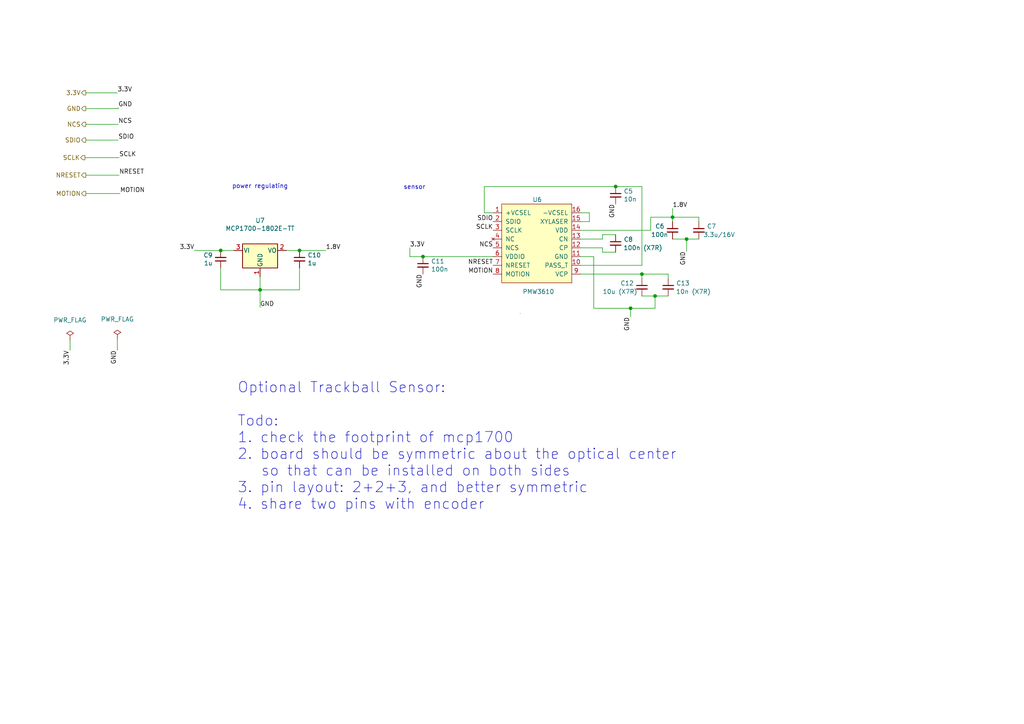
<source format=kicad_sch>
(kicad_sch (version 20211123) (generator eeschema)
  (paper "A4")
  (lib_symbols
    (symbol "Device:C_Small" (pin_numbers hide) (pin_names (offset 0.254) hide)
      (property "Reference" "C" (at 0.254 1.778 0))
      (property "Value" "C_Small" (at 0.254 -2.032 0))
      (symbol "C_Small_0_1"
        (polyline (pts (xy -1.524 -0.508) (xy 1.524 -0.508)) (stroke (width 0.3302)))
        (polyline (pts (xy -1.524 0.508) (xy 1.524 0.508)) (stroke (width 0.3048)))
      )
      (symbol "C_Small_1_1"
        (pin passive line (at 0 2.54 270) (length 2.032) (name "~") (number "1"))
        (pin passive line (at 0 -2.54 90) (length 2.032) (name "~") (number "2"))
      )
    )
    (symbol "Regulator_Linear:MCP1700-1802E_SOT23" (pin_names (offset 0.254))
      (property "Reference" "U" (at -3.81 3.175 0))
      (property "Value" "MCP1700-1802E_SOT23" (at 0 3.175 0))
      (symbol "MCP1700-1802E_SOT23_0_1"
        (rectangle (start -5.08 1.905) (end 5.08 -5.08) (stroke (width 0.254)) (fill (type background)))
      )
      (symbol "MCP1700-1802E_SOT23_1_1"
        (pin power_in line (at 0 -7.62 90) (length 2.54) (name "GND") (number "1"))
        (pin power_out line (at 7.62 0 180) (length 2.54) (name "VO") (number "2"))
        (pin power_in line (at -7.62 0 0) (length 2.54) (name "VI") (number "3"))
      )
    )
    (symbol "mysymbol:PMW3610" (pin_names (offset 1.016))
      (property "Reference" "U?" (at -1.27 17.78 0))
      (property "Value" "PMW3610" (at 10.16 -12.7 0))
      (symbol "PMW3610_0_0"
        (pin input line (at -12.7 10.16 0) (length 2.54) (name "+VCSEL") (number "1"))
        (pin passive line (at 12.7 -5.08 180) (length 2.54) (name "PASS_T") (number "10"))
        (pin input line (at 12.7 -2.54 180) (length 2.54) (name "GND") (number "11"))
        (pin passive line (at 12.7 0 180) (length 2.54) (name "CP") (number "12"))
        (pin passive line (at 12.7 2.54 180) (length 2.54) (name "CN") (number "13"))
        (pin power_in line (at 12.7 5.08 180) (length 2.54) (name "VDD") (number "14"))
        (pin passive line (at 12.7 7.62 180) (length 2.54) (name "XYLASER") (number "15"))
        (pin passive line (at 12.7 10.16 180) (length 2.54) (name "-VCSEL") (number "16"))
        (pin bidirectional line (at -12.7 7.62 0) (length 2.54) (name "SDIO") (number "2"))
        (pin input line (at -12.7 5.08 0) (length 2.54) (name "SCLK") (number "3"))
        (pin no_connect line (at -12.7 2.54 0) (length 2.54) (name "NC") (number "4"))
        (pin input line (at -12.7 0 0) (length 2.54) (name "NCS") (number "5"))
        (pin input line (at -12.7 -2.54 0) (length 2.54) (name "VDDIO") (number "6"))
        (pin input line (at -12.7 -5.08 0) (length 2.54) (name "NRESET") (number "7"))
        (pin output line (at -12.7 -7.62 0) (length 2.54) (name "MOTION") (number "8"))
        (pin passive line (at 12.7 -7.62 180) (length 2.54) (name "VCP") (number "9"))
      )
      (symbol "PMW3610_0_1"
        (rectangle (start -10.16 12.7) (end 10.16 -10.16) (fill (type background)))
      )
    )
    (symbol "power:PWR_FLAG" (power) (pin_numbers hide) (pin_names (offset 0) hide)
      (property "Value" "PWR_FLAG" (at 0 3.81 0))
      (symbol "PWR_FLAG_0_0"
        (pin power_out line (at 0 0 90) (length 0) (name "pwr") (number "1"))
      )
      (symbol "PWR_FLAG_0_1"
        (polyline (pts (xy 0 0) (xy 0 1.27) (xy -1.016 1.905) (xy 0 2.54) (xy 1.016 1.905) (xy 0 1.27)))
      )
    )
  )
  (junction (at 178.562 54.102))
  (junction (at 75.438 84.074))
  (junction (at 189.992 85.852))
  (junction (at 195.072 62.992))
  (junction (at 182.88 89.408))
  (junction (at 199.136 69.342))
  (junction (at 64.008 72.644))
  (junction (at 86.868 72.644))
  (junction (at 122.682 74.422))
  (junction (at 186.182 79.502))
  (wire (pts (xy 168.402 76.962) (xy 186.182 76.962)))
  (wire (pts (xy 75.438 80.264) (xy 75.438 84.074)))
  (wire (pts (xy 188.722 66.802) (xy 188.722 62.992)))
  (wire (pts (xy 34.036 98.298) (xy 34.036 101.6)))
  (wire (pts (xy 199.136 69.342) (xy 199.136 72.898)))
  (wire (pts (xy 174.752 69.342) (xy 174.752 68.072)))
  (wire (pts (xy 168.402 66.802) (xy 188.722 66.802)))
  (wire (pts (xy 64.008 77.724) (xy 64.008 84.074)))
  (wire (pts (xy 172.212 89.408) (xy 182.88 89.408)))
  (wire (pts (xy 168.402 61.722) (xy 170.942 61.722)))
  (wire (pts (xy 168.402 64.262) (xy 170.942 64.262)))
  (wire (pts (xy 168.402 71.882) (xy 174.752 71.882)))
  (wire (pts (xy 64.008 84.074) (xy 75.438 84.074)))
  (wire (pts (xy 186.182 54.102) (xy 178.562 54.102)))
  (wire (pts (xy 178.562 54.102) (xy 140.462 54.102)))
  (wire (pts (xy 182.88 89.408) (xy 182.88 91.948)))
  (wire (pts (xy 195.072 62.992) (xy 195.072 64.262)))
  (wire (pts (xy 118.872 71.882) (xy 118.872 74.422)))
  (wire (pts (xy 94.488 72.644) (xy 86.868 72.644)))
  (wire (pts (xy 24.892 50.8) (xy 34.544 50.8)))
  (wire (pts (xy 34.29 31.496) (xy 34.29 31.242)))
  (wire (pts (xy 174.752 73.152) (xy 178.562 73.152)))
  (wire (pts (xy 168.402 74.422) (xy 172.212 74.422)))
  (wire (pts (xy 188.722 62.992) (xy 195.072 62.992)))
  (wire (pts (xy 199.136 69.342) (xy 202.692 69.342)))
  (polyline (pts (xy 150.876 90.932) (xy 150.876 90.932)))
  (wire (pts (xy 140.462 61.722) (xy 143.002 61.722)))
  (wire (pts (xy 195.072 69.342) (xy 199.136 69.342)))
  (wire (pts (xy 186.182 79.502) (xy 186.182 80.772)))
  (wire (pts (xy 186.182 85.852) (xy 189.992 85.852)))
  (wire (pts (xy 174.752 68.072) (xy 178.562 68.072)))
  (wire (pts (xy 202.692 62.992) (xy 202.692 64.262)))
  (wire (pts (xy 189.992 89.408) (xy 189.992 85.852)))
  (wire (pts (xy 24.892 26.924) (xy 34.036 26.924)))
  (wire (pts (xy 140.462 54.102) (xy 140.462 61.722)))
  (wire (pts (xy 168.402 69.342) (xy 174.752 69.342)))
  (wire (pts (xy 174.752 71.882) (xy 174.752 73.152)))
  (wire (pts (xy 186.182 76.962) (xy 186.182 54.102)))
  (wire (pts (xy 24.638 45.72) (xy 34.544 45.72)))
  (wire (pts (xy 193.802 79.502) (xy 193.802 80.772)))
  (wire (pts (xy 122.682 74.422) (xy 143.002 74.422)))
  (wire (pts (xy 86.868 77.724) (xy 86.868 84.074)))
  (wire (pts (xy 24.892 56.134) (xy 34.798 56.134)))
  (wire (pts (xy 189.992 85.852) (xy 193.802 85.852)))
  (wire (pts (xy 83.058 72.644) (xy 86.868 72.644)))
  (wire (pts (xy 56.388 72.644) (xy 64.008 72.644)))
  (wire (pts (xy 20.32 98.552) (xy 20.32 101.6)))
  (wire (pts (xy 195.072 62.992) (xy 202.692 62.992)))
  (wire (pts (xy 75.438 84.074) (xy 75.438 89.154)))
  (wire (pts (xy 24.892 36.068) (xy 34.29 36.068)))
  (wire (pts (xy 64.008 72.644) (xy 67.818 72.644)))
  (wire (pts (xy 170.942 61.722) (xy 170.942 64.262)))
  (wire (pts (xy 24.892 40.64) (xy 34.29 40.64)))
  (wire (pts (xy 195.072 60.452) (xy 195.072 62.992)))
  (wire (pts (xy 86.868 84.074) (xy 75.438 84.074)))
  (wire (pts (xy 186.182 79.502) (xy 193.802 79.502)))
  (wire (pts (xy 118.872 74.422) (xy 122.682 74.422)))
  (wire (pts (xy 168.402 79.502) (xy 186.182 79.502)))
  (wire (pts (xy 182.88 89.408) (xy 189.992 89.408)))
  (wire (pts (xy 24.892 31.496) (xy 34.29 31.496)))
  (wire (pts (xy 172.212 74.422) (xy 172.212 89.408)))
  (text "Optional Trackball Sensor:\n\nTodo:\n1. check the footprint of mcp1700\n2. board should be symmetric about the optical center\n   so that can be installed on both sides\n3. pin layout: 2+2+3, and better symmetric\n4. share two pins with encoder" (at 68.834 148.082 0) (effects (font (size 3 3)) (justify left bottom)))
  (text "sensor" (at 123.444 55.118 180) (effects (font (size 1.27 1.27)) (justify right bottom)))
  (text "power regulating" (at 83.566 54.864 180) (effects (font (size 1.27 1.27)) (justify right bottom)))
  (label "NRESET" (at 34.544 50.8 0))
  (label "1.8V" (at 94.488 72.644 0))
  (label "3.3V" (at 34.036 26.924 0))
  (label "GND" (at 75.438 89.154 0))
  (label "GND" (at 34.29 31.242 0))
  (label "GND" (at 122.682 79.502 270))
  (label "1.8V" (at 195.072 60.452 0))
  (label "SCLK" (at 34.544 45.72 0))
  (label "3.3V" (at 20.32 101.6 270))
  (label "MOTION" (at 34.798 56.134 0))
  (label "SDIO" (at 34.29 40.64 0))
  (label "SDIO" (at 143.002 64.262 180))
  (label "GND" (at 34.036 101.6 270))
  (label "SCLK" (at 143.002 66.802 180))
  (label "GND" (at 182.88 91.948 270))
  (label "GND" (at 178.562 59.182 270))
  (label "NRESET" (at 143.002 76.962 180))
  (label "3.3V" (at 118.872 71.882 0))
  (label "NCS" (at 143.002 71.882 180))
  (label "MOTION" (at 143.002 79.502 180))
  (label "NCS" (at 34.29 36.068 0))
  (label "3.3V" (at 56.388 72.644 180))
  (label "GND" (at 199.136 72.898 270))
  (hierarchical_label "NCS" (shape output) (at 24.892 36.068 180))
  (hierarchical_label "NRESET" (shape output) (at 24.892 50.8 180))
  (hierarchical_label "3.3V" (shape output) (at 24.892 26.924 180))
  (hierarchical_label "GND" (shape output) (at 24.892 31.496 180))
  (hierarchical_label "SDIO" (shape output) (at 24.892 40.64 180))
  (hierarchical_label "MOTION" (shape output) (at 24.892 56.134 180))
  (hierarchical_label "SCLK" (shape output) (at 24.638 45.72 180))
  (symbol (lib_id "Device:C_Small") (at 122.682 76.962 0) (unit 1)
    (property "Reference" "C11" (at 125.0188 75.7936 0) (effects (justify left)))
    (property "Value" "100n" (at 125.0188 78.105 0) (effects (justify left)))
    (property "Footprint" "Capacitor_SMD:C_0603_1608Metric" (effects hide))
    (property "LCSC" "C19666" (effects hide))
  )
  (symbol (lib_id "Device:C_Small") (at 86.868 75.184 0) (unit 1)
    (property "Reference" "C10" (at 89.2048 74.0156 0) (effects (justify left)))
    (property "Value" "1u" (at 89.2048 76.327 0) (effects (justify left)))
    (property "Footprint" "Capacitor_SMD:C_0603_1608Metric" (effects hide))
    (property "LCSC" "C15849" (effects hide))
  )
  (symbol (lib_id "Device:C_Small") (at 178.562 70.612 0) (unit 1)
    (property "Reference" "C8" (at 180.8988 69.4436 0) (effects (justify left)))
    (property "Value" " 100n (X7R)" (at 179.832 71.882 0) (effects (justify left)))
    (property "Footprint" "Capacitor_SMD:C_0603_1608Metric" (effects hide))
    (property "LCSC" "C19666" (effects hide))
  )
  (symbol (lib_id "power:PWR_FLAG") (at 20.32 98.552 0) (unit 1)
    (property "Reference" "#FLG0105" (effects hide))
    (property "Value" "PWR_FLAG" (at 20.32 92.837 0))
  )
  (symbol (lib_id "Device:C_Small") (at 64.008 75.184 0) (mirror x) (unit 1)
    (property "Reference" "C9" (at 61.6966 74.0156 0) (effects (justify right)))
    (property "Value" "1u" (at 61.6966 76.327 0) (effects (justify right)))
    (property "Footprint" "Capacitor_SMD:C_0603_1608Metric" (effects hide))
    (property "LCSC" "C14663" (effects hide))
  )
  (symbol (lib_id "Regulator_Linear:MCP1700-1802E_SOT23") (at 75.438 72.644 0) (unit 1)
    (property "Reference" "U7" (at 75.438 63.9572 0))
    (property "Value" "MCP1700-1802E-TT" (at 75.438 66.2686 0))
    (property "Footprint" "Package_TO_SOT_SMD:SOT-23" (effects hide))
    (property "Datasheet" "http://ww1.microchip.com/downloads/en/DeviceDoc/20001826D.pdf" (effects hide))
  )
  (symbol (lib_id "power:PWR_FLAG") (at 34.036 98.298 0) (unit 1)
    (property "Reference" "#FLG0104" (effects hide))
    (property "Value" "PWR_FLAG" (at 34.036 92.583 0))
  )
  (symbol (lib_id "Device:C_Small") (at 193.802 83.312 0) (unit 1)
    (property "Reference" "C13" (at 196.1388 82.1436 0) (effects (justify left)))
    (property "Value" " 10n (X7R)" (at 195.072 84.582 0) (effects (justify left)))
    (property "Footprint" "Capacitor_SMD:C_0603_1608Metric" (effects hide))
    (property "LCSC" "C19666" (effects hide))
  )
  (symbol (lib_id "mysymbol:PMW3610") (at 155.702 71.882 0) (unit 1)
    (property "Reference" "U6" (at 154.432 57.912 0) (effects (justify left)))
    (property "Value" "PMW3610" (at 160.782 84.582 0) (effects (justify right)))
    (property "Footprint" "mylib:PMW3610" (effects hide))
  )
  (symbol (lib_id "Device:C_Small") (at 186.182 83.312 0) (mirror y) (unit 1)
    (property "Reference" "C12" (at 183.8452 82.1436 0) (effects (justify left)))
    (property "Value" " 10u (X7R)" (at 184.912 84.582 0) (effects (justify left)))
    (property "Footprint" "Capacitor_SMD:C_0603_1608Metric" (effects hide))
    (property "LCSC" "C19666" (effects hide))
  )
  (symbol (lib_id "Device:C_Small") (at 195.072 66.802 0) (mirror y) (unit 1)
    (property "Reference" "C6" (at 192.7352 65.6336 0) (effects (justify left)))
    (property "Value" "100n" (at 193.802 68.072 0) (effects (justify left)))
    (property "Footprint" "Capacitor_SMD:C_0603_1608Metric" (effects hide))
    (property "LCSC" "C19666" (effects hide))
  )
  (symbol (lib_id "Device:C_Small") (at 202.692 66.802 0) (unit 1)
    (property "Reference" "C7" (at 205.0288 65.6336 0) (effects (justify left)))
    (property "Value" "3.3u/16V" (at 203.962 68.072 0) (effects (justify left)))
    (property "Footprint" "Capacitor_SMD:C_0603_1608Metric" (effects hide))
    (property "LCSC" "C19666" (effects hide))
  )
  (symbol (lib_id "Device:C_Small") (at 178.562 56.642 0) (unit 1)
    (property "Reference" "C5" (at 180.8988 55.4736 0) (effects (justify left)))
    (property "Value" "10n" (at 180.8988 57.785 0) (effects (justify left)))
    (property "Footprint" "Capacitor_SMD:C_0603_1608Metric" (effects hide))
    (property "LCSC" "C19666" (effects hide))
  )
)
</source>
